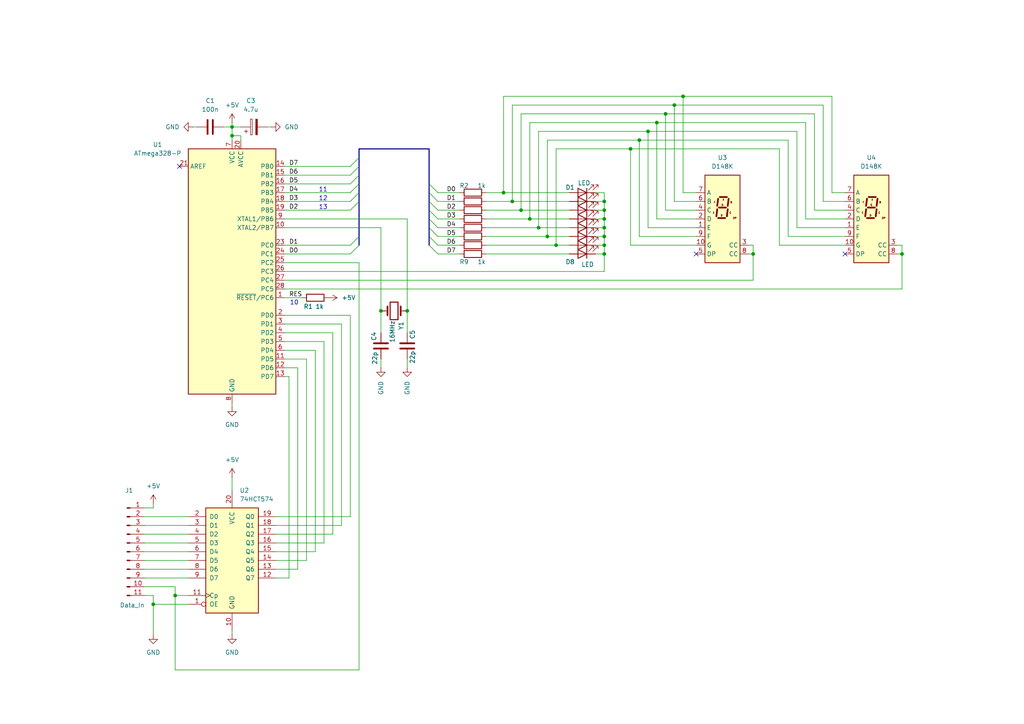
<source format=kicad_sch>
(kicad_sch (version 20250114) (generator "eeschema") (generator_version "9.0")
  (paper "A4")
  (title_block (title "Hex Display Controller") (date "2025-02-02") (rev "A") (company "Stefan Warnke"))
  (lib_symbols
    (symbol "74xx:74HCT574" (pin_names (offset 1.016))
      (property "Reference" "U" (at -7.62 16.51 0))
      (property "Value" "74HCT574" (at -7.62 -16.51 0))
      (symbol "74HCT574_1_0"
        (pin input line (at -12.7 12.7 0) (length 5.08) (name "D0") (number "2"))
        (pin input line (at -12.7 10.16 0) (length 5.08) (name "D1") (number "3"))
        (pin input line (at -12.7 7.62 0) (length 5.08) (name "D2") (number "4"))
        (pin input line (at -12.7 5.08 0) (length 5.08) (name "D3") (number "5"))
        (pin input line (at -12.7 2.54 0) (length 5.08) (name "D4") (number "6"))
        (pin input line (at -12.7 0 0) (length 5.08) (name "D5") (number "7"))
        (pin input line (at -12.7 -2.54 0) (length 5.08) (name "D6") (number "8"))
        (pin input line (at -12.7 -5.08 0) (length 5.08) (name "D7") (number "9"))
        (pin input clock (at -12.7 -10.16 0) (length 5.08) (name "Cp") (number "11"))
        (pin input inverted (at -12.7 -12.7 0) (length 5.08) (name "OE") (number "1"))
        (pin power_in line (at 0 20.32 270) (length 5.08) (name "VCC") (number "20"))
        (pin power_in line (at 0 -20.32 90) (length 5.08) (name "GND") (number "10"))
        (pin tri_state line (at 12.7 12.7 180) (length 5.08) (name "Q0") (number "19"))
        (pin tri_state line (at 12.7 10.16 180) (length 5.08) (name "Q1") (number "18"))
        (pin tri_state line (at 12.7 7.62 180) (length 5.08) (name "Q2") (number "17"))
        (pin tri_state line (at 12.7 5.08 180) (length 5.08) (name "Q3") (number "16"))
        (pin tri_state line (at 12.7 2.54 180) (length 5.08) (name "Q4") (number "15"))
        (pin tri_state line (at 12.7 0 180) (length 5.08) (name "Q5") (number "14"))
        (pin tri_state line (at 12.7 -2.54 180) (length 5.08) (name "Q6") (number "13"))
        (pin tri_state line (at 12.7 -5.08 180) (length 5.08) (name "Q7") (number "12"))
      )
      (symbol "74HCT574_1_1"
        (rectangle (start -7.62 15.24) (end 7.62 -15.24) (stroke (width 0.254)) (fill (type background)))
      )
    )
    (symbol "Connector:Conn_01x11_Pin" (pin_names (offset 1.016) (hide yes))
      (property "Reference" "J" (at 0 15.24 0))
      (property "Value" "Conn_01x11_Pin" (at 0 -15.24 0))
      (symbol "Conn_01x11_Pin_1_1"
        (rectangle (start 0.8636 12.827) (end 0 12.573) (stroke (width 0.1524)) (fill (type outline)))
        (rectangle (start 0.8636 10.287) (end 0 10.033) (stroke (width 0.1524)) (fill (type outline)))
        (rectangle (start 0.8636 7.747) (end 0 7.493) (stroke (width 0.1524)) (fill (type outline)))
        (rectangle (start 0.8636 5.207) (end 0 4.953) (stroke (width 0.1524)) (fill (type outline)))
        (rectangle (start 0.8636 2.667) (end 0 2.413) (stroke (width 0.1524)) (fill (type outline)))
        (rectangle (start 0.8636 0.127) (end 0 -0.127) (stroke (width 0.1524)) (fill (type outline)))
        (rectangle (start 0.8636 -2.413) (end 0 -2.667) (stroke (width 0.1524)) (fill (type outline)))
        (rectangle (start 0.8636 -4.953) (end 0 -5.207) (stroke (width 0.1524)) (fill (type outline)))
        (rectangle (start 0.8636 -7.493) (end 0 -7.747) (stroke (width 0.1524)) (fill (type outline)))
        (rectangle (start 0.8636 -10.033) (end 0 -10.287) (stroke (width 0.1524)) (fill (type outline)))
        (rectangle (start 0.8636 -12.573) (end 0 -12.827) (stroke (width 0.1524)) (fill (type outline)))
        (polyline (pts (xy 1.27 12.7) (xy 0.8636 12.7)) (stroke (width 0.1524)))
        (polyline (pts (xy 1.27 10.16) (xy 0.8636 10.16)) (stroke (width 0.1524)))
        (polyline (pts (xy 1.27 7.62) (xy 0.8636 7.62)) (stroke (width 0.1524)))
        (polyline (pts (xy 1.27 5.08) (xy 0.8636 5.08)) (stroke (width 0.1524)))
        (polyline (pts (xy 1.27 2.54) (xy 0.8636 2.54)) (stroke (width 0.1524)))
        (polyline (pts (xy 1.27 0) (xy 0.8636 0)) (stroke (width 0.1524)))
        (polyline (pts (xy 1.27 -2.54) (xy 0.8636 -2.54)) (stroke (width 0.1524)))
        (polyline (pts (xy 1.27 -5.08) (xy 0.8636 -5.08)) (stroke (width 0.1524)))
        (polyline (pts (xy 1.27 -7.62) (xy 0.8636 -7.62)) (stroke (width 0.1524)))
        (polyline (pts (xy 1.27 -10.16) (xy 0.8636 -10.16)) (stroke (width 0.1524)))
        (polyline (pts (xy 1.27 -12.7) (xy 0.8636 -12.7)) (stroke (width 0.1524)))
        (pin passive line (at 5.08 12.7 180) (length 3.81) (name "Pin_1") (number "1"))
        (pin passive line (at 5.08 10.16 180) (length 3.81) (name "Pin_2") (number "2"))
        (pin passive line (at 5.08 7.62 180) (length 3.81) (name "Pin_3") (number "3"))
        (pin passive line (at 5.08 5.08 180) (length 3.81) (name "Pin_4") (number "4"))
        (pin passive line (at 5.08 2.54 180) (length 3.81) (name "Pin_5") (number "5"))
        (pin passive line (at 5.08 0 180) (length 3.81) (name "Pin_6") (number "6"))
        (pin passive line (at 5.08 -2.54 180) (length 3.81) (name "Pin_7") (number "7"))
        (pin passive line (at 5.08 -5.08 180) (length 3.81) (name "Pin_8") (number "8"))
        (pin passive line (at 5.08 -7.62 180) (length 3.81) (name "Pin_9") (number "9"))
        (pin passive line (at 5.08 -10.16 180) (length 3.81) (name "Pin_10") (number "10"))
        (pin passive line (at 5.08 -12.7 180) (length 3.81) (name "Pin_11") (number "11"))
      )
    )
    (symbol "Device:C" (pin_numbers (hide yes)) (pin_names (offset 0.254))
      (property "Reference" "C" (at 0.635 2.54 0))
      (property "Value" "C" (at 0.635 -2.54 0))
      (symbol "C_0_1"
        (polyline (pts (xy -2.032 0.762) (xy 2.032 0.762)) (stroke (width 0.508)))
        (polyline (pts (xy -2.032 -0.762) (xy 2.032 -0.762)) (stroke (width 0.508)))
      )
      (symbol "C_1_1"
        (pin passive line (at 0 3.81 270) (length 2.794) (name "~") (number "1"))
        (pin passive line (at 0 -3.81 90) (length 2.794) (name "~") (number "2"))
      )
    )
    (symbol "Device:C_Polarized" (pin_numbers (hide yes)) (pin_names (offset 0.254))
      (property "Reference" "C" (at 0.635 2.54 0))
      (property "Value" "C_Polarized" (at 0.635 -2.54 0))
      (symbol "C_Polarized_0_1"
        (rectangle (start -2.286 0.508) (end 2.286 1.016))
        (polyline (pts (xy -1.778 2.286) (xy -0.762 2.286)))
        (polyline (pts (xy -1.27 2.794) (xy -1.27 1.778)))
        (rectangle (start 2.286 -0.508) (end -2.286 -1.016) (fill (type outline)))
      )
      (symbol "C_Polarized_1_1"
        (pin passive line (at 0 3.81 270) (length 2.794) (name "~") (number "1"))
        (pin passive line (at 0 -3.81 90) (length 2.794) (name "~") (number "2"))
      )
    )
    (symbol "Device:Crystal" (pin_numbers (hide yes)) (pin_names (offset 1.016) (hide yes))
      (property "Reference" "Y" (at 0 3.81 0))
      (property "Value" "Crystal" (at 0 -3.81 0))
      (symbol "Crystal_0_1"
        (polyline (pts (xy -2.54 0) (xy -1.905 0)))
        (polyline (pts (xy -1.905 -1.27) (xy -1.905 1.27)) (stroke (width 0.508)))
        (rectangle (start -1.143 2.54) (end 1.143 -2.54) (stroke (width 0.3048)))
        (polyline (pts (xy 1.905 -1.27) (xy 1.905 1.27)) (stroke (width 0.508)))
        (polyline (pts (xy 2.54 0) (xy 1.905 0)))
      )
      (symbol "Crystal_1_1"
        (pin passive line (at -3.81 0 0) (length 1.27) (name "1") (number "1"))
        (pin passive line (at 3.81 0 180) (length 1.27) (name "2") (number "2"))
      )
    )
    (symbol "Device:LED" (pin_numbers (hide yes)) (pin_names (offset 1.016) (hide yes))
      (property "Reference" "D" (at 0 2.54 0))
      (property "Value" "LED" (at 0 -2.54 0))
      (symbol "LED_0_1"
        (polyline (pts (xy -3.048 -0.762) (xy -4.572 -2.286) (xy -3.81 -2.286) (xy -4.572 -2.286) (xy -4.572 -1.524)))
        (polyline (pts (xy -1.778 -0.762) (xy -3.302 -2.286) (xy -2.54 -2.286) (xy -3.302 -2.286) (xy -3.302 -1.524)))
        (polyline (pts (xy -1.27 0) (xy 1.27 0)))
        (polyline (pts (xy -1.27 -1.27) (xy -1.27 1.27)) (stroke (width 0.254)))
        (polyline (pts (xy 1.27 -1.27) (xy 1.27 1.27) (xy -1.27 0) (xy 1.27 -1.27)) (stroke (width 0.254)))
      )
      (symbol "LED_1_1"
        (pin passive line (at -3.81 0 0) (length 2.54) (name "K") (number "1"))
        (pin passive line (at 3.81 0 180) (length 2.54) (name "A") (number "2"))
      )
    )
    (symbol "Device:R" (pin_numbers (hide yes)) (pin_names (offset 0))
      (property "Reference" "R" (at 2.032 0 90))
      (property "Value" "R" (at 0 0 90))
      (symbol "R_0_1"
        (rectangle (start -1.016 -2.54) (end 1.016 2.54) (stroke (width 0.254)))
      )
      (symbol "R_1_1"
        (pin passive line (at 0 3.81 270) (length 1.27) (name "~") (number "1"))
        (pin passive line (at 0 -3.81 90) (length 1.27) (name "~") (number "2"))
      )
    )
    (symbol "Display_Character:D148K"
      (property "Reference" "U" (at -2.54 13.97 0))
      (property "Value" "D148K" (at 1.27 13.97 0))
      (symbol "D148K_0_0"
        (text "E" (at -2.54 1.778 0) (effects (font (size 0.508 0.508))))
        (text "F" (at -2.286 4.826 0) (effects (font (size 0.508 0.508))))
        (text "D" (at -0.254 1.016 0) (effects (font (size 0.508 0.508))))
        (text "G" (at 0 4.064 0) (effects (font (size 0.508 0.508))))
        (text "A" (at 0.254 5.588 0) (effects (font (size 0.508 0.508))))
        (text "C" (at 2.286 1.778 0) (effects (font (size 0.508 0.508))))
        (text "B" (at 2.54 4.826 0) (effects (font (size 0.508 0.508))))
        (text "DP" (at 3.556 0.254 0) (effects (font (size 0.508 0.508))))
      )
      (symbol "D148K_0_1"
        (rectangle (start -5.08 12.7) (end 5.08 -12.7) (stroke (width 0.254)) (fill (type background)))
        (polyline (pts (xy -1.524 2.794) (xy -1.778 0.762)) (stroke (width 0.508)))
        (polyline (pts (xy -1.27 5.842) (xy -1.524 3.81)) (stroke (width 0.508)))
        (polyline (pts (xy -1.27 0.254) (xy 0.762 0.254)) (stroke (width 0.508)))
        (polyline (pts (xy -1.016 3.302) (xy 1.016 3.302)) (stroke (width 0.508)))
        (polyline (pts (xy -0.762 6.35) (xy 1.27 6.35)) (stroke (width 0.508)))
        (polyline (pts (xy 1.524 2.794) (xy 1.27 0.762)) (stroke (width 0.508)))
        (polyline (pts (xy 1.778 5.842) (xy 1.524 3.81)) (stroke (width 0.508)))
        (polyline (pts (xy 2.54 0.254) (xy 2.54 0.254)) (stroke (width 0.508)))
      )
      (symbol "D148K_1_1"
        (pin input line (at -7.62 7.62 0) (length 2.54) (name "A") (number "7"))
        (pin input line (at -7.62 5.08 0) (length 2.54) (name "B") (number "6"))
        (pin input line (at -7.62 2.54 0) (length 2.54) (name "C") (number "4"))
        (pin input line (at -7.62 0 0) (length 2.54) (name "D") (number "2"))
        (pin input line (at -7.62 -2.54 0) (length 2.54) (name "E") (number "1"))
        (pin input line (at -7.62 -5.08 0) (length 2.54) (name "F") (number "9"))
        (pin input line (at -7.62 -7.62 0) (length 2.54) (name "G") (number "10"))
        (pin input line (at -7.62 -10.16 0) (length 2.54) (name "DP") (number "5"))
        (pin input line (at 7.62 -7.62 180) (length 2.54) (name "CC") (number "3"))
        (pin input line (at 7.62 -10.16 180) (length 2.54) (name "CC") (number "8"))
      )
    )
    (symbol "MCU_Microchip_ATmega:ATmega328-P"
      (property "Reference" "U" (at -12.7 36.83 0))
      (property "Value" "ATmega328-P" (at 2.54 -36.83 0))
      (symbol "ATmega328-P_0_1"
        (rectangle (start -12.7 -35.56) (end 12.7 35.56) (stroke (width 0.254)) (fill (type background)))
      )
      (symbol "ATmega328-P_1_1"
        (pin passive line (at -15.24 30.48 0) (length 2.54) (name "AREF") (number "21"))
        (pin power_in line (at 0 38.1 270) (length 2.54) (name "VCC") (number "7"))
        (pin passive line (at 0 -38.1 90) (length 2.54) (hide yes) (name "GND") (number "22"))
        (pin power_in line (at 0 -38.1 90) (length 2.54) (name "GND") (number "8"))
        (pin power_in line (at 2.54 38.1 270) (length 2.54) (name "AVCC") (number "20"))
        (pin bidirectional line (at 15.24 30.48 180) (length 2.54) (name "PB0") (number "14"))
        (pin bidirectional line (at 15.24 27.94 180) (length 2.54) (name "PB1") (number "15"))
        (pin bidirectional line (at 15.24 25.4 180) (length 2.54) (name "PB2") (number "16"))
        (pin bidirectional line (at 15.24 22.86 180) (length 2.54) (name "PB3") (number "17"))
        (pin bidirectional line (at 15.24 20.32 180) (length 2.54) (name "PB4") (number "18"))
        (pin bidirectional line (at 15.24 17.78 180) (length 2.54) (name "PB5") (number "19"))
        (pin bidirectional line (at 15.24 15.24 180) (length 2.54) (name "XTAL1/PB6") (number "9"))
        (pin bidirectional line (at 15.24 12.7 180) (length 2.54) (name "XTAL2/PB7") (number "10"))
        (pin bidirectional line (at 15.24 7.62 180) (length 2.54) (name "PC0") (number "23"))
        (pin bidirectional line (at 15.24 5.08 180) (length 2.54) (name "PC1") (number "24"))
        (pin bidirectional line (at 15.24 2.54 180) (length 2.54) (name "PC2") (number "25"))
        (pin bidirectional line (at 15.24 0 180) (length 2.54) (name "PC3") (number "26"))
        (pin bidirectional line (at 15.24 -2.54 180) (length 2.54) (name "PC4") (number "27"))
        (pin bidirectional line (at 15.24 -5.08 180) (length 2.54) (name "PC5") (number "28"))
        (pin bidirectional line (at 15.24 -7.62 180) (length 2.54) (name "~{RESET}/PC6") (number "1"))
        (pin bidirectional line (at 15.24 -12.7 180) (length 2.54) (name "PD0") (number "2"))
        (pin bidirectional line (at 15.24 -15.24 180) (length 2.54) (name "PD1") (number "3"))
        (pin bidirectional line (at 15.24 -17.78 180) (length 2.54) (name "PD2") (number "4"))
        (pin bidirectional line (at 15.24 -20.32 180) (length 2.54) (name "PD3") (number "5"))
        (pin bidirectional line (at 15.24 -22.86 180) (length 2.54) (name "PD4") (number "6"))
        (pin bidirectional line (at 15.24 -25.4 180) (length 2.54) (name "PD5") (number "11"))
        (pin bidirectional line (at 15.24 -27.94 180) (length 2.54) (name "PD6") (number "12"))
        (pin bidirectional line (at 15.24 -30.48 180) (length 2.54) (name "PD7") (number "13"))
      )
    )
    (symbol "power:+5V" (power) (pin_numbers (hide yes)) (pin_names (offset 0) (hide yes))
      (property "Value" "+5V" (at 0 3.556 0))
      (symbol "+5V_0_1"
        (polyline (pts (xy -0.762 1.27) (xy 0 2.54)))
        (polyline (pts (xy 0 2.54) (xy 0.762 1.27)))
        (polyline (pts (xy 0 0) (xy 0 2.54)))
      )
      (symbol "+5V_1_1"
        (pin power_in line (at 0 0 90) (length 0) (name "~") (number "1"))
      )
    )
    (symbol "power:GND" (power) (pin_numbers (hide yes)) (pin_names (offset 0) (hide yes))
      (property "Value" "GND" (at 0 -3.81 0))
      (symbol "GND_0_1"
        (polyline (pts (xy 0 0) (xy 0 -1.27) (xy 1.27 -1.27) (xy 0 -2.54) (xy -1.27 -1.27) (xy 0 -1.27)))
      )
      (symbol "GND_1_1"
        (pin power_in line (at 0 0 270) (length 0) (name "~") (number "1"))
      )
    )
  )
  (text "10" (at 85.344 87.884 0) (effects (font (size 1.27 1.27))))
  (text "11" (at 93.726 55.118 0) (effects (font (size 1.27 1.27))))
  (text "13" (at 93.726 60.198 0) (effects (font (size 1.27 1.27))))
  (text "12" (at 93.726 57.658 0) (effects (font (size 1.27 1.27))))
  (junction (at 218.44 73.66))
  (junction (at 67.31 39.37))
  (junction (at 195.58 30.48))
  (junction (at 175.26 66.04))
  (junction (at 156.21 66.04))
  (junction (at 175.26 68.58))
  (junction (at 148.59 58.42))
  (junction (at 175.26 63.5))
  (junction (at 151.13 60.96))
  (junction (at 110.49 90.17))
  (junction (at 193.04 33.02))
  (junction (at 158.75 68.58))
  (junction (at 198.12 27.94))
  (junction (at 175.26 71.12))
  (junction (at 161.29 71.12))
  (junction (at 44.45 175.26))
  (junction (at 153.67 63.5))
  (junction (at 187.96 38.1))
  (junction (at 146.05 55.88))
  (junction (at 118.11 90.17))
  (junction (at 261.62 73.66))
  (junction (at 50.8 172.72))
  (junction (at 182.88 43.18))
  (junction (at 185.42 40.64))
  (junction (at 190.5 35.56))
  (junction (at 175.26 58.42))
  (junction (at 67.31 36.83))
  (junction (at 175.26 60.96))
  (junction (at 175.26 73.66))
  (no_connect (at 52.07 48.26))
  (no_connect (at 245.11 73.66))
  (no_connect (at 201.93 73.66))
  (bus_entry (at 124.46 60.96) (size 2.54 2.54))
  (bus_entry (at 101.6 71.12) (size 2.54 -2.54))
  (bus_entry (at 101.6 50.8) (size 2.54 -2.54))
  (bus_entry (at 101.6 60.96) (size 2.54 -2.54))
  (bus_entry (at 124.46 71.12) (size 2.54 2.54))
  (bus_entry (at 101.6 53.34) (size 2.54 -2.54))
  (bus_entry (at 124.46 58.42) (size 2.54 2.54))
  (bus_entry (at 101.6 58.42) (size 2.54 -2.54))
  (bus_entry (at 101.6 55.88) (size 2.54 -2.54))
  (bus_entry (at 124.46 55.88) (size 2.54 2.54))
  (bus_entry (at 124.46 63.5) (size 2.54 2.54))
  (bus_entry (at 101.6 73.66) (size 2.54 -2.54))
  (bus_entry (at 124.46 66.04) (size 2.54 2.54))
  (bus_entry (at 124.46 53.34) (size 2.54 2.54))
  (bus_entry (at 101.6 48.26) (size 2.54 -2.54))
  (bus_entry (at 124.46 68.58) (size 2.54 2.54))
  (wire (pts (xy 231.14 38.1) (xy 187.96 38.1)))
  (wire (pts (xy 127 66.04) (xy 133.35 66.04)))
  (wire (pts (xy 44.45 172.72) (xy 44.45 175.26)))
  (wire (pts (xy 245.11 63.5) (xy 233.68 63.5)))
  (wire (pts (xy 226.06 43.18) (xy 182.88 43.18)))
  (wire (pts (xy 88.9 104.14) (xy 82.55 104.14)))
  (wire (pts (xy 41.91 172.72) (xy 44.45 172.72)))
  (wire (pts (xy 238.76 30.48) (xy 195.58 30.48)))
  (wire (pts (xy 175.26 66.04) (xy 175.26 68.58)))
  (wire (pts (xy 82.55 76.2) (xy 104.14 76.2)))
  (wire (pts (xy 127 73.66) (xy 133.35 73.66)))
  (wire (pts (xy 80.01 165.1) (xy 86.36 165.1)))
  (wire (pts (xy 158.75 68.58) (xy 165.1 68.58)))
  (wire (pts (xy 82.55 71.12) (xy 101.6 71.12)))
  (wire (pts (xy 245.11 68.58) (xy 228.6 68.58)))
  (wire (pts (xy 140.97 68.58) (xy 158.75 68.58)))
  (wire (pts (xy 182.88 71.12) (xy 182.88 43.18)))
  (wire (pts (xy 245.11 58.42) (xy 238.76 58.42)))
  (wire (pts (xy 127 60.96) (xy 133.35 60.96)))
  (wire (pts (xy 82.55 73.66) (xy 101.6 73.66)))
  (wire (pts (xy 118.11 90.17) (xy 118.11 96.52)))
  (wire (pts (xy 82.55 55.88) (xy 101.6 55.88)))
  (wire (pts (xy 67.31 39.37) (xy 67.31 40.64)))
  (wire (pts (xy 140.97 73.66) (xy 165.1 73.66)))
  (wire (pts (xy 67.31 182.88) (xy 67.31 184.15)))
  (wire (pts (xy 50.8 172.72) (xy 54.61 172.72)))
  (wire (pts (xy 69.85 39.37) (xy 67.31 39.37)))
  (wire (pts (xy 201.93 66.04) (xy 187.96 66.04)))
  (wire (pts (xy 146.05 55.88) (xy 165.1 55.88)))
  (wire (pts (xy 201.93 71.12) (xy 182.88 71.12)))
  (wire (pts (xy 172.72 73.66) (xy 175.26 73.66)))
  (wire (pts (xy 175.26 78.74) (xy 82.55 78.74)))
  (wire (pts (xy 260.35 73.66) (xy 261.62 73.66)))
  (wire (pts (xy 83.82 109.22) (xy 82.55 109.22)))
  (wire (pts (xy 41.91 147.32) (xy 44.45 147.32)))
  (wire (pts (xy 101.6 91.44) (xy 101.6 149.86)))
  (wire (pts (xy 44.45 175.26) (xy 44.45 184.15)))
  (wire (pts (xy 110.49 90.17) (xy 110.49 96.52)))
  (wire (pts (xy 175.26 58.42) (xy 175.26 60.96)))
  (wire (pts (xy 80.01 162.56) (xy 88.9 162.56)))
  (wire (pts (xy 175.26 71.12) (xy 175.26 73.66)))
  (wire (pts (xy 44.45 147.32) (xy 44.45 146.05)))
  (wire (pts (xy 148.59 58.42) (xy 165.1 58.42)))
  (wire (pts (xy 175.26 55.88) (xy 175.26 58.42)))
  (bus (pts (xy 104.14 55.88) (xy 104.14 53.34)))
  (wire (pts (xy 110.49 66.04) (xy 110.49 90.17)))
  (wire (pts (xy 245.11 71.12) (xy 226.06 71.12)))
  (wire (pts (xy 241.3 55.88) (xy 241.3 27.94)))
  (wire (pts (xy 172.72 71.12) (xy 175.26 71.12)))
  (bus (pts (xy 104.14 50.8) (xy 104.14 48.26)))
  (wire (pts (xy 158.75 40.64) (xy 158.75 68.58)))
  (wire (pts (xy 127 63.5) (xy 133.35 63.5)))
  (wire (pts (xy 93.98 99.06) (xy 93.98 157.48)))
  (wire (pts (xy 146.05 27.94) (xy 146.05 55.88)))
  (wire (pts (xy 172.72 58.42) (xy 175.26 58.42)))
  (wire (pts (xy 172.72 55.88) (xy 175.26 55.88)))
  (wire (pts (xy 82.55 83.82) (xy 261.62 83.82)))
  (wire (pts (xy 82.55 50.8) (xy 101.6 50.8)))
  (wire (pts (xy 41.91 154.94) (xy 54.61 154.94)))
  (wire (pts (xy 44.45 175.26) (xy 54.61 175.26)))
  (wire (pts (xy 41.91 165.1) (xy 54.61 165.1)))
  (wire (pts (xy 67.31 36.83) (xy 69.85 36.83)))
  (wire (pts (xy 172.72 63.5) (xy 175.26 63.5)))
  (wire (pts (xy 96.52 96.52) (xy 96.52 154.94)))
  (wire (pts (xy 236.22 33.02) (xy 193.04 33.02)))
  (wire (pts (xy 41.91 157.48) (xy 54.61 157.48)))
  (bus (pts (xy 124.46 53.34) (xy 124.46 55.88)))
  (wire (pts (xy 80.01 154.94) (xy 96.52 154.94)))
  (wire (pts (xy 236.22 60.96) (xy 236.22 33.02)))
  (wire (pts (xy 99.06 93.98) (xy 82.55 93.98)))
  (wire (pts (xy 41.91 149.86) (xy 54.61 149.86)))
  (bus (pts (xy 124.46 60.96) (xy 124.46 63.5)))
  (wire (pts (xy 96.52 96.52) (xy 82.55 96.52)))
  (wire (pts (xy 185.42 40.64) (xy 228.6 40.64)))
  (wire (pts (xy 193.04 60.96) (xy 193.04 33.02)))
  (wire (pts (xy 175.26 68.58) (xy 175.26 71.12)))
  (wire (pts (xy 140.97 60.96) (xy 151.13 60.96)))
  (wire (pts (xy 82.55 86.36) (xy 87.63 86.36)))
  (bus (pts (xy 124.46 66.04) (xy 124.46 68.58)))
  (wire (pts (xy 218.44 73.66) (xy 218.44 81.28)))
  (wire (pts (xy 69.85 40.64) (xy 69.85 39.37)))
  (wire (pts (xy 41.91 167.64) (xy 54.61 167.64)))
  (wire (pts (xy 195.58 58.42) (xy 195.58 30.48)))
  (wire (pts (xy 172.72 60.96) (xy 175.26 60.96)))
  (wire (pts (xy 82.55 58.42) (xy 101.6 58.42)))
  (wire (pts (xy 80.01 157.48) (xy 93.98 157.48)))
  (wire (pts (xy 156.21 38.1) (xy 156.21 66.04)))
  (wire (pts (xy 185.42 68.58) (xy 185.42 40.64)))
  (wire (pts (xy 127 68.58) (xy 133.35 68.58)))
  (wire (pts (xy 156.21 66.04) (xy 165.1 66.04)))
  (wire (pts (xy 41.91 170.18) (xy 50.8 170.18)))
  (wire (pts (xy 261.62 73.66) (xy 261.62 83.82)))
  (wire (pts (xy 140.97 55.88) (xy 146.05 55.88)))
  (wire (pts (xy 153.67 63.5) (xy 165.1 63.5)))
  (bus (pts (xy 124.46 43.18) (xy 124.46 53.34)))
  (wire (pts (xy 101.6 91.44) (xy 82.55 91.44)))
  (wire (pts (xy 67.31 138.43) (xy 67.31 142.24)))
  (wire (pts (xy 175.26 63.5) (xy 175.26 66.04)))
  (wire (pts (xy 231.14 66.04) (xy 231.14 38.1)))
  (bus (pts (xy 104.14 71.12) (xy 104.14 68.58)))
  (wire (pts (xy 238.76 58.42) (xy 238.76 30.48)))
  (wire (pts (xy 201.93 63.5) (xy 190.5 63.5)))
  (wire (pts (xy 88.9 162.56) (xy 88.9 104.14)))
  (wire (pts (xy 195.58 30.48) (xy 148.59 30.48)))
  (bus (pts (xy 124.46 68.58) (xy 124.46 71.12)))
  (wire (pts (xy 198.12 55.88) (xy 198.12 27.94)))
  (wire (pts (xy 175.26 60.96) (xy 175.26 63.5)))
  (wire (pts (xy 104.14 76.2) (xy 104.14 194.31)))
  (wire (pts (xy 140.97 71.12) (xy 161.29 71.12)))
  (wire (pts (xy 233.68 35.56) (xy 190.5 35.56)))
  (wire (pts (xy 80.01 160.02) (xy 91.44 160.02)))
  (wire (pts (xy 172.72 66.04) (xy 175.26 66.04)))
  (wire (pts (xy 161.29 71.12) (xy 165.1 71.12)))
  (wire (pts (xy 153.67 35.56) (xy 153.67 63.5)))
  (wire (pts (xy 86.36 106.68) (xy 86.36 165.1)))
  (wire (pts (xy 91.44 101.6) (xy 91.44 160.02)))
  (wire (pts (xy 82.55 101.6) (xy 91.44 101.6)))
  (bus (pts (xy 124.46 58.42) (xy 124.46 60.96)))
  (wire (pts (xy 185.42 40.64) (xy 158.75 40.64)))
  (wire (pts (xy 201.93 68.58) (xy 185.42 68.58)))
  (wire (pts (xy 41.91 162.56) (xy 54.61 162.56)))
  (wire (pts (xy 82.55 63.5) (xy 118.11 63.5)))
  (bus (pts (xy 104.14 45.72) (xy 104.14 43.18)))
  (wire (pts (xy 161.29 43.18) (xy 161.29 71.12)))
  (wire (pts (xy 127 55.88) (xy 133.35 55.88)))
  (wire (pts (xy 226.06 71.12) (xy 226.06 43.18)))
  (wire (pts (xy 82.55 106.68) (xy 86.36 106.68)))
  (wire (pts (xy 190.5 35.56) (xy 153.67 35.56)))
  (wire (pts (xy 41.91 160.02) (xy 54.61 160.02)))
  (wire (pts (xy 127 58.42) (xy 133.35 58.42)))
  (bus (pts (xy 104.14 53.34) (xy 104.14 50.8)))
  (wire (pts (xy 228.6 68.58) (xy 228.6 40.64)))
  (bus (pts (xy 104.14 68.58) (xy 104.14 58.42)))
  (wire (pts (xy 193.04 33.02) (xy 151.13 33.02)))
  (wire (pts (xy 201.93 60.96) (xy 193.04 60.96)))
  (wire (pts (xy 233.68 63.5) (xy 233.68 35.56)))
  (wire (pts (xy 261.62 71.12) (xy 261.62 73.66)))
  (wire (pts (xy 104.14 194.31) (xy 50.8 194.31)))
  (wire (pts (xy 80.01 149.86) (xy 101.6 149.86)))
  (wire (pts (xy 151.13 60.96) (xy 165.1 60.96)))
  (wire (pts (xy 99.06 93.98) (xy 99.06 152.4)))
  (wire (pts (xy 151.13 33.02) (xy 151.13 60.96)))
  (wire (pts (xy 55.88 36.83) (xy 57.15 36.83)))
  (wire (pts (xy 118.11 104.14) (xy 118.11 106.68)))
  (wire (pts (xy 80.01 167.64) (xy 83.82 167.64)))
  (wire (pts (xy 260.35 71.12) (xy 261.62 71.12)))
  (wire (pts (xy 148.59 30.48) (xy 148.59 58.42)))
  (wire (pts (xy 50.8 194.31) (xy 50.8 172.72)))
  (wire (pts (xy 83.82 109.22) (xy 83.82 167.64)))
  (wire (pts (xy 41.91 152.4) (xy 54.61 152.4)))
  (wire (pts (xy 172.72 68.58) (xy 175.26 68.58)))
  (wire (pts (xy 64.77 36.83) (xy 67.31 36.83)))
  (wire (pts (xy 201.93 55.88) (xy 198.12 55.88)))
  (wire (pts (xy 140.97 66.04) (xy 156.21 66.04)))
  (wire (pts (xy 67.31 36.83) (xy 67.31 39.37)))
  (wire (pts (xy 182.88 43.18) (xy 161.29 43.18)))
  (bus (pts (xy 124.46 63.5) (xy 124.46 66.04)))
  (wire (pts (xy 67.31 116.84) (xy 67.31 118.11)))
  (wire (pts (xy 82.55 81.28) (xy 218.44 81.28)))
  (wire (pts (xy 82.55 60.96) (xy 101.6 60.96)))
  (wire (pts (xy 156.21 38.1) (xy 187.96 38.1)))
  (wire (pts (xy 190.5 35.56) (xy 190.5 63.5)))
  (wire (pts (xy 140.97 63.5) (xy 153.67 63.5)))
  (bus (pts (xy 124.46 55.88) (xy 124.46 58.42)))
  (wire (pts (xy 140.97 58.42) (xy 148.59 58.42)))
  (wire (pts (xy 201.93 58.42) (xy 195.58 58.42)))
  (wire (pts (xy 217.17 71.12) (xy 218.44 71.12)))
  (wire (pts (xy 245.11 55.88) (xy 241.3 55.88)))
  (wire (pts (xy 77.47 36.83) (xy 78.74 36.83)))
  (wire (pts (xy 118.11 63.5) (xy 118.11 90.17)))
  (wire (pts (xy 82.55 99.06) (xy 93.98 99.06)))
  (wire (pts (xy 127 71.12) (xy 133.35 71.12)))
  (bus (pts (xy 104.14 43.18) (xy 124.46 43.18)))
  (wire (pts (xy 175.26 73.66) (xy 175.26 78.74)))
  (bus (pts (xy 104.14 48.26) (xy 104.14 45.72)))
  (wire (pts (xy 245.11 60.96) (xy 236.22 60.96)))
  (wire (pts (xy 82.55 48.26) (xy 101.6 48.26)))
  (wire (pts (xy 218.44 71.12) (xy 218.44 73.66)))
  (bus (pts (xy 104.14 58.42) (xy 104.14 55.88)))
  (wire (pts (xy 217.17 73.66) (xy 218.44 73.66)))
  (wire (pts (xy 80.01 152.4) (xy 99.06 152.4)))
  (wire (pts (xy 241.3 27.94) (xy 198.12 27.94)))
  (wire (pts (xy 82.55 53.34) (xy 101.6 53.34)))
  (wire (pts (xy 198.12 27.94) (xy 146.05 27.94)))
  (wire (pts (xy 187.96 66.04) (xy 187.96 38.1)))
  (wire (pts (xy 67.31 35.56) (xy 67.31 36.83)))
  (wire (pts (xy 110.49 104.14) (xy 110.49 106.68)))
  (wire (pts (xy 110.49 66.04) (xy 82.55 66.04)))
  (wire (pts (xy 245.11 66.04) (xy 231.14 66.04)))
  (wire (pts (xy 50.8 170.18) (xy 50.8 172.72)))
  (label "D0" (at 129.54 55.88 0))
  (label "D1" (at 129.54 58.42 0))
  (label "D6" (at 129.54 71.12 0))
  (label "D5" (at 83.82 53.34 0))
  (label "RES" (at 83.82 86.36 0))
  (label "D6" (at 83.82 50.8 0))
  (label "D0" (at 83.82 73.66 0))
  (label "D3" (at 83.82 58.42 0))
  (label "D4" (at 83.82 55.88 0))
  (label "D3" (at 129.54 63.5 0))
  (label "D2" (at 129.54 60.96 0))
  (label "D7" (at 129.54 73.66 0))
  (label "D4" (at 129.54 66.04 0))
  (label "D1" (at 83.82 71.12 0))
  (label "D7" (at 83.82 48.26 0))
  (label "D5" (at 129.54 68.58 0))
  (label "D2" (at 83.82 60.96 0))
  (symbol (lib_id "Device:R") (at 137.16 66.04 90) (unit 1)
    (property "Reference" "R6" (effects (hide yes)))
    (property "Value" "1k" (effects (hide yes)))
    (property "Footprint" "Resistor_THT:R_Axial_DIN0204_L3.6mm_D1.6mm_P2.54mm_Vertical" (effects (hide yes)))
    (property "Description" "Resistor" (effects (hide yes)))
    (property "OrderInfo" "https://www.digikey.com/en/products/detail/stackpole-electronics-inc/CF18JT1K00/1741612" (effects (hide yes)))
  )
  (symbol (lib_id "Device:LED") (at 168.91 66.04 180) (unit 1)
    (property "Reference" "D5" (effects (hide yes)))
    (property "Footprint" "LED_THT:LED_D2.0mm_W4.8mm_H2.5mm_FlatTop" (effects (hide yes)))
    (property "Description" "Light emitting diode" (effects (hide yes)))
    (property "OrderInfo" "https://www.digikey.com/en/products/detail/w%C3%BCrth-elektronik/151031SS04000/4489979" (effects (hide yes)))
  )
  (symbol (lib_id "Device:LED") (at 168.91 73.66 180) (unit 1)
    (property "Reference" "D8" (at 165.354 75.946 0))
    (property "Value" "LED" (at 170.434 76.708 0))
    (property "Footprint" "LED_THT:LED_D2.0mm_W4.8mm_H2.5mm_FlatTop" (effects (hide yes)))
    (property "Description" "Light emitting diode" (effects (hide yes)))
    (property "OrderInfo" "https://www.digikey.com/en/products/detail/w%C3%BCrth-elektronik/151031SS04000/4489979" (effects (hide yes)))
  )
  (symbol (lib_id "power:GND") (at 44.45 184.15 0) (unit 1)
    (property "Reference" "#PWR02" (effects (hide yes)))
    (property "Value" "GND" (at 44.45 189.23 0))
    (property "Description" "Power symbol creates a global label with name \"GND\" , ground" (effects (hide yes)))
  )
  (symbol (lib_id "power:GND") (at 55.88 36.83 270) (unit 1)
    (property "Reference" "#PWR03" (effects (hide yes)))
    (property "Value" "GND" (at 52.07 36.8299 90) (effects (justify right)))
    (property "Description" "Power symbol creates a global label with name \"GND\" , ground" (effects (hide yes)))
  )
  (symbol (lib_id "Device:LED") (at 168.91 68.58 180) (unit 1)
    (property "Reference" "D6" (effects (hide yes)))
    (property "Footprint" "LED_THT:LED_D2.0mm_W4.8mm_H2.5mm_FlatTop" (effects (hide yes)))
    (property "Description" "Light emitting diode" (effects (hide yes)))
    (property "OrderInfo" "https://www.digikey.com/en/products/detail/w%C3%BCrth-elektronik/151031SS04000/4489979" (effects (hide yes)))
  )
  (symbol (lib_id "Device:LED") (at 168.91 63.5 180) (unit 1)
    (property "Reference" "D4" (effects (hide yes)))
    (property "Footprint" "LED_THT:LED_D2.0mm_W4.8mm_H2.5mm_FlatTop" (effects (hide yes)))
    (property "Description" "Light emitting diode" (effects (hide yes)))
    (property "OrderInfo" "https://www.digikey.com/en/products/detail/w%C3%BCrth-elektronik/151031SS04000/4489979" (effects (hide yes)))
  )
  (symbol (lib_id "power:+5V") (at 67.31 138.43 0) (unit 1)
    (property "Reference" "#PWR07" (effects (hide yes)))
    (property "Value" "+5V" (at 67.31 133.35 0))
    (property "Description" "Power symbol creates a global label with name \"+5V\"" (effects (hide yes)))
  )
  (symbol (lib_id "Connector:Conn_01x11_Pin") (at 36.83 160.02 0) (unit 1)
    (property "Reference" "J1" (at 37.465 142.24 0))
    (property "Value" "Data_In" (at 38.354 175.514 0))
    (property "Footprint" "Connector_PinHeader_2.54mm:PinHeader_1x11_P2.54mm_Vertical" (effects (hide yes)))
    (property "Description" "Generic connector, single row, 01x11, script generated" (effects (hide yes)))
  )
  (symbol (lib_id "Device:LED") (at 168.91 60.96 180) (unit 1)
    (property "Reference" "D3" (effects (hide yes)))
    (property "Footprint" "LED_THT:LED_D2.0mm_W4.8mm_H2.5mm_FlatTop" (effects (hide yes)))
    (property "Description" "Light emitting diode" (effects (hide yes)))
    (property "OrderInfo" "https://www.digikey.com/en/products/detail/w%C3%BCrth-elektronik/151031SS04000/4489979" (effects (hide yes)))
  )
  (symbol (lib_id "MCU_Microchip_ATmega:ATmega328-P") (at 67.31 78.74 0) (unit 1)
    (property "Reference" "U1" (at 45.72 41.9414 0))
    (property "Value" "ATmega328-P" (at 45.72 44.4814 0))
    (property "Footprint" "Package_DIP:DIP-28_W7.62mm" (effects (hide yes)))
    (property "Datasheet" "http://ww1.microchip.com/downloads/en/DeviceDoc/ATmega328_P%20AVR%20MCU%20with%20picoPower%20Technology%20Data%20Sheet%2040001984A.pdf" (effects (hide yes)))
    (property "Description" "20MHz, 32kB Flash, 2kB SRAM, 1kB EEPROM, DIP-28" (effects (hide yes)))
    (property "OrderInfo" "https://www.digikey.com/en/products/detail/microchip-technology/ATMEGA328-PU/2271026" (effects (hide yes)))
  )
  (symbol (lib_id "Display_Character:D148K") (at 209.55 63.5 0) (unit 1)
    (property "Reference" "U3" (at 209.55 45.72 0))
    (property "Value" "D148K" (at 209.55 48.26 0))
    (property "Footprint" "Display_7Segment:D1X8K" (effects (hide yes)))
    (property "Datasheet" "https://ia800903.us.archive.org/24/items/CTKD1x8K/Cromatek%20D168K.pdf" (effects (hide yes)))
    (property "Description" "One digit 7 segment yellowish-green LED, low current, common cathode" (effects (hide yes)))
    (property "OrderInfo" "https://www.amazon.com/dp/B07GTQWF4R?ref=ppx_yo2ov_dt_b_fed_asin_title&th=1" (effects (hide yes)))
  )
  (symbol (lib_id "Device:C") (at 60.96 36.83 90) (unit 1)
    (property "Reference" "C1" (at 60.96 29.21 90))
    (property "Value" "100n" (at 60.96 31.75 90))
    (property "Footprint" "Capacitor_THT:C_Disc_D4.3mm_W1.9mm_P5.00mm" (effects (hide yes)))
    (property "Description" "Unpolarized capacitor" (effects (hide yes)))
    (property "OrderInfo" "https://www.digikey.com/en/products/detail/kemet/C320C104M5R5TA/3726028" (effects (hide yes)))
  )
  (symbol (lib_id "Device:R") (at 137.16 58.42 90) (unit 1)
    (property "Reference" "R3" (effects (hide yes)))
    (property "Value" "1k" (effects (hide yes)))
    (property "Footprint" "Resistor_THT:R_Axial_DIN0204_L3.6mm_D1.6mm_P2.54mm_Vertical" (effects (hide yes)))
    (property "Description" "Resistor" (effects (hide yes)))
    (property "OrderInfo" "https://www.digikey.com/en/products/detail/stackpole-electronics-inc/CF18JT1K00/1741612" (effects (hide yes)))
  )
  (symbol (lib_id "Device:R") (at 137.16 71.12 90) (unit 1)
    (property "Reference" "R8" (effects (hide yes)))
    (property "Value" "1k" (effects (hide yes)))
    (property "Footprint" "Resistor_THT:R_Axial_DIN0204_L3.6mm_D1.6mm_P2.54mm_Vertical" (effects (hide yes)))
    (property "Description" "Resistor" (effects (hide yes)))
    (property "OrderInfo" "https://www.digikey.com/en/products/detail/stackpole-electronics-inc/CF18JT1K00/1741612" (effects (hide yes)))
  )
  (symbol (lib_id "power:GND") (at 67.31 184.15 0) (unit 1)
    (property "Reference" "#PWR08" (effects (hide yes)))
    (property "Value" "GND" (at 67.31 189.23 0))
    (property "Description" "Power symbol creates a global label with name \"GND\" , ground" (effects (hide yes)))
  )
  (symbol (lib_id "power:GND") (at 67.31 118.11 0) (unit 1)
    (property "Reference" "#PWR06" (effects (hide yes)))
    (property "Value" "GND" (at 67.31 123.19 0))
    (property "Description" "Power symbol creates a global label with name \"GND\" , ground" (effects (hide yes)))
  )
  (symbol (lib_id "Device:C") (at 110.49 100.33 0) (unit 1)
    (property "Reference" "C4" (at 108.458 97.536 90))
    (property "Value" "22p" (at 108.712 103.886 90))
    (property "Footprint" "Capacitor_THT:C_Disc_D3.0mm_W1.6mm_P2.50mm" (effects (hide yes)))
    (property "Description" "Unpolarized capacitor" (effects (hide yes)))
    (property "OrderInfo" "https://www.digikey.com/en/products/detail/tdk-corporation/FG28C0G1H220JNT06/5803099" (effects (hide yes)))
  )
  (symbol (lib_id "Device:LED") (at 168.91 58.42 180) (unit 1)
    (property "Reference" "D2" (effects (hide yes)))
    (property "Footprint" "LED_THT:LED_D2.0mm_W4.8mm_H2.5mm_FlatTop" (effects (hide yes)))
    (property "Description" "Light emitting diode" (effects (hide yes)))
    (property "OrderInfo" "https://www.digikey.com/en/products/detail/w%C3%BCrth-elektronik/151031SS04000/4489979" (effects (hide yes)))
  )
  (symbol (lib_id "power:GND") (at 110.49 106.68 0) (unit 1)
    (property "Reference" "#PWR011" (effects (hide yes)))
    (property "Value" "GND" (at 110.4901 110.49 90) (effects (justify right)))
    (property "Description" "Power symbol creates a global label with name \"GND\" , ground" (effects (hide yes)))
  )
  (symbol (lib_id "power:+5V") (at 67.31 35.56 0) (unit 1)
    (property "Reference" "#PWR05" (effects (hide yes)))
    (property "Value" "+5V" (at 67.31 30.48 0))
    (property "Description" "Power symbol creates a global label with name \"+5V\"" (effects (hide yes)))
  )
  (symbol (lib_id "power:+5V") (at 44.45 146.05 0) (unit 1)
    (property "Reference" "#PWR01" (effects (hide yes)))
    (property "Value" "+5V" (at 44.45 140.97 0))
    (property "Description" "Power symbol creates a global label with name \"+5V\"" (effects (hide yes)))
  )
  (symbol (lib_id "Display_Character:D148K") (at 252.73 63.5 0) (unit 1)
    (property "Reference" "U4" (at 252.73 45.72 0))
    (property "Value" "D148K" (at 252.73 48.26 0))
    (property "Footprint" "Display_7Segment:D1X8K" (effects (hide yes)))
    (property "Datasheet" "https://ia800903.us.archive.org/24/items/CTKD1x8K/Cromatek%20D168K.pdf" (effects (hide yes)))
    (property "Description" "One digit 7 segment yellowish-green LED, low current, common cathode" (effects (hide yes)))
    (property "OrderInfo" "https://www.amazon.com/dp/B07GTQWF4R?ref=ppx_yo2ov_dt_b_fed_asin_title&th=1" (effects (hide yes)))
  )
  (symbol (lib_id "Device:C_Polarized") (at 73.66 36.83 90) (unit 1)
    (property "Reference" "C3" (at 72.771 29.21 90))
    (property "Value" "4.7u" (at 72.771 31.75 90))
    (property "Footprint" "Capacitor_THT:C_Disc_D4.3mm_W1.9mm_P5.00mm" (effects (hide yes)))
    (property "Description" "Polarized capacitor" (effects (hide yes)))
    (property "OrderInfo" "https://www.digikey.com/en/products/detail/kyocera-avx/TAP475M010SCS/1472017" (effects (hide yes)))
  )
  (symbol (lib_id "Device:C") (at 118.11 100.33 0) (unit 1)
    (property "Reference" "C5" (at 119.634 97.028 90))
    (property "Value" "22p" (at 119.634 103.632 90))
    (property "Footprint" "Capacitor_THT:C_Disc_D3.0mm_W1.6mm_P2.50mm" (effects (hide yes)))
    (property "Description" "Unpolarized capacitor" (effects (hide yes)))
    (property "OrderInfo" "https://www.digikey.com/en/products/detail/tdk-corporation/FG28C0G1H220JNT06/5803099" (effects (hide yes)))
  )
  (symbol (lib_id "power:GND") (at 78.74 36.83 90) (unit 1)
    (property "Reference" "#PWR09" (effects (hide yes)))
    (property "Value" "GND" (at 82.55 36.8299 90) (effects (justify right)))
    (property "Description" "Power symbol creates a global label with name \"GND\" , ground" (effects (hide yes)))
  )
  (symbol (lib_id "Device:R") (at 137.16 73.66 90) (unit 1)
    (property "Reference" "R9" (at 134.62 75.946 90))
    (property "Value" "1k" (at 139.7 75.946 90))
    (property "Footprint" "Resistor_THT:R_Axial_DIN0204_L3.6mm_D1.6mm_P2.54mm_Vertical" (effects (hide yes)))
    (property "Description" "Resistor" (effects (hide yes)))
    (property "OrderInfo" "https://www.digikey.com/en/products/detail/stackpole-electronics-inc/CF18JT1K00/1741612" (effects (hide yes)))
  )
  (symbol (lib_id "power:GND") (at 118.11 106.68 0) (unit 1)
    (property "Reference" "#PWR012" (effects (hide yes)))
    (property "Value" "GND" (at 118.1101 110.49 90) (effects (justify right)))
    (property "Description" "Power symbol creates a global label with name \"GND\" , ground" (effects (hide yes)))
  )
  (symbol (lib_id "Device:R") (at 137.16 68.58 90) (unit 1)
    (property "Reference" "R7" (effects (hide yes)))
    (property "Value" "1k" (effects (hide yes)))
    (property "Footprint" "Resistor_THT:R_Axial_DIN0204_L3.6mm_D1.6mm_P2.54mm_Vertical" (effects (hide yes)))
    (property "Description" "Resistor" (effects (hide yes)))
    (property "OrderInfo" "https://www.digikey.com/en/products/detail/stackpole-electronics-inc/CF18JT1K00/1741612" (effects (hide yes)))
  )
  (symbol (lib_id "Device:R") (at 91.44 86.36 90) (unit 1)
    (property "Reference" "R1" (at 89.408 88.9 90))
    (property "Value" "1k" (at 92.71 88.9 90))
    (property "Footprint" "Resistor_THT:R_Axial_DIN0204_L3.6mm_D1.6mm_P2.54mm_Vertical" (effects (hide yes)))
    (property "Description" "Resistor" (effects (hide yes)))
    (property "OrderInfo" "https://www.digikey.com/en/products/detail/stackpole-electronics-inc/CF18JT1K00/1741612" (effects (hide yes)))
  )
  (symbol (lib_id "power:+5V") (at 95.25 86.36 270) (unit 1)
    (property "Reference" "#PWR010" (effects (hide yes)))
    (property "Value" "+5V" (at 99.06 86.3599 90) (effects (justify left)))
    (property "Description" "Power symbol creates a global label with name \"+5V\"" (effects (hide yes)))
  )
  (symbol (lib_id "Device:R") (at 137.16 55.88 90) (unit 1)
    (property "Reference" "R2" (at 134.62 53.848 90))
    (property "Value" "1k" (at 139.7 53.848 90))
    (property "Footprint" "Resistor_THT:R_Axial_DIN0204_L3.6mm_D1.6mm_P2.54mm_Vertical" (effects (hide yes)))
    (property "Description" "Resistor" (effects (hide yes)))
    (property "OrderInfo" "https://www.digikey.com/en/products/detail/stackpole-electronics-inc/CF18JT1K00/1741612" (effects (hide yes)))
  )
  (symbol (lib_id "Device:Crystal") (at 114.3 90.17 0) (unit 1)
    (property "Reference" "Y1" (at 116.332 93.218 90) (effects (justify right)))
    (property "Value" "16MHz" (at 113.792 92.964 90) (effects (justify right)))
    (property "Footprint" "Crystal:Crystal_HC49-U_Vertical" (effects (hide yes)))
    (property "Description" "Two pin crystal" (effects (hide yes)))
    (property "OrderInfo" "https://www.digikey.com/en/products/detail/yic/16M20P2-49US/15648595" (effects (hide yes)))
  )
  (symbol (lib_id "Device:R") (at 137.16 63.5 90) (unit 1)
    (property "Reference" "R5" (effects (hide yes)))
    (property "Value" "1k" (effects (hide yes)))
    (property "Footprint" "Resistor_THT:R_Axial_DIN0204_L3.6mm_D1.6mm_P2.54mm_Vertical" (effects (hide yes)))
    (property "Description" "Resistor" (effects (hide yes)))
    (property "OrderInfo" "https://www.digikey.com/en/products/detail/stackpole-electronics-inc/CF18JT1K00/1741612" (effects (hide yes)))
  )
  (symbol (lib_id "Device:R") (at 137.16 60.96 90) (unit 1)
    (property "Reference" "R4" (effects (hide yes)))
    (property "Value" "1k" (effects (hide yes)))
    (property "Footprint" "Resistor_THT:R_Axial_DIN0204_L3.6mm_D1.6mm_P2.54mm_Vertical" (effects (hide yes)))
    (property "Description" "Resistor" (effects (hide yes)))
    (property "OrderInfo" "https://www.digikey.com/en/products/detail/stackpole-electronics-inc/CF18JT1K00/1741612" (effects (hide yes)))
  )
  (symbol (lib_id "74xx:74HCT574") (at 67.31 162.56 0) (unit 1)
    (property "Reference" "U2" (at 69.5041 142.24 0) (effects (justify left)))
    (property "Value" "74HCT574" (at 69.5041 144.78 0) (effects (justify left)))
    (property "Footprint" "Package_DIP:DIP-20_W7.62mm" (effects (hide yes)))
    (property "Datasheet" "http://www.ti.com/lit/gpn/sn74HCT574" (effects (hide yes)))
    (property "Description" "8-bit Register, 3-state outputs" (effects (hide yes)))
    (property "OrderInfo" "https://www.digikey.com/en/products/detail/texas-instruments/CD74HCT574E/38721" (effects (hide yes)))
  )
  (symbol (lib_id "Device:LED") (at 168.91 71.12 180) (unit 1)
    (property "Reference" "D7" (effects (hide yes)))
    (property "Footprint" "LED_THT:LED_D2.0mm_W4.8mm_H2.5mm_FlatTop" (effects (hide yes)))
    (property "Description" "Light emitting diode" (effects (hide yes)))
    (property "OrderInfo" "https://www.digikey.com/en/products/detail/w%C3%BCrth-elektronik/151031SS04000/4489979" (effects (hide yes)))
  )
  (symbol (lib_id "Device:LED") (at 168.91 55.88 180) (unit 1)
    (property "Reference" "D1" (at 165.354 54.356 0))
    (property "Value" "LED" (at 169.418 53.086 0))
    (property "Footprint" "LED_THT:LED_D2.0mm_W4.8mm_H2.5mm_FlatTop" (effects (hide yes)))
    (property "Description" "Light emitting diode" (effects (hide yes)))
    (property "OrderInfo" "https://www.digikey.com/en/products/detail/w%C3%BCrth-elektronik/151031SS04000/4489979" (effects (hide yes)))
  )
)
</source>
